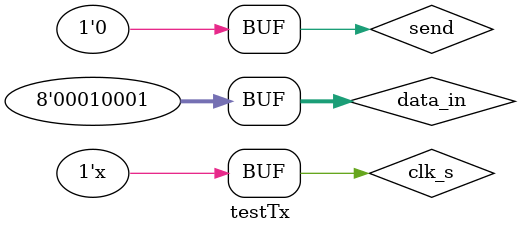
<source format=v>
`timescale 1ns / 1ps

module testTx;

	// Inputs
	reg clk_s;
	reg send;
	reg [7:0] data_in;
	// Outputs
	wire busy;
	wire tx;
	wire led_tx;

	// Instantiate the Unit Under Test (UUT)
	tx transmitter (
		.clk_s(clk_s),
		.send(send), 
		.busy(busy), 
		.data_in(data_in), 
		.tx(tx),
		.led_tx(led_tx)
	);


	always begin
	  #5208 clk_s <= ~clk_s;
	end
	
	initial begin
		// Initialize Inputs
		clk_s 	= 0;
		send 		= 0;
		data_in 	= 0;

		// Wait 100 ns for global reset to finish
		#10000;
      send = 1;
		// Add stimulus here
		
		data_in=8'b10101010;
		#20000
		send =0;
		
		
		#150000
		send =1;
		#10000
		data_in=8'b00010001;
		#20000
		send = 0;
	end
      
endmodule


</source>
